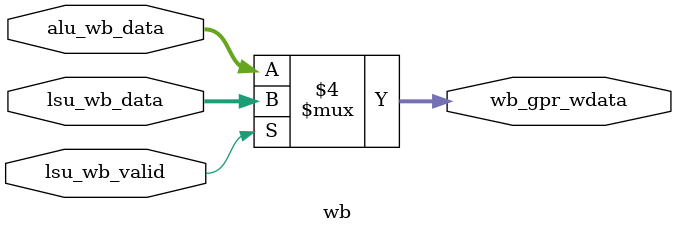
<source format=v>
module  wb
#(
  parameter        DATA_WIDTH = 32
)(
  input  wire                 lsu_wb_valid          ,//data valid of lsu data
  input  wire[DATA_WIDTH-1:0] lsu_wb_data           ,//data from lsu
  input  wire[DATA_WIDTH-1:0] alu_wb_data           ,//data from alu
  output reg [DATA_WIDTH-1:0] wb_gpr_wdata      //data that write to gpr module 
);
//2-2 mux to wb_gpr_write_data===============================================
  always@(*)begin:CHOOSE_DATA_TO_GPR
    if(lsu_wb_valid == 1'b1)
      wb_gpr_wdata = lsu_wb_data;
    else 
      wb_gpr_wdata = alu_wb_data;
  end 

endmodule 


</source>
